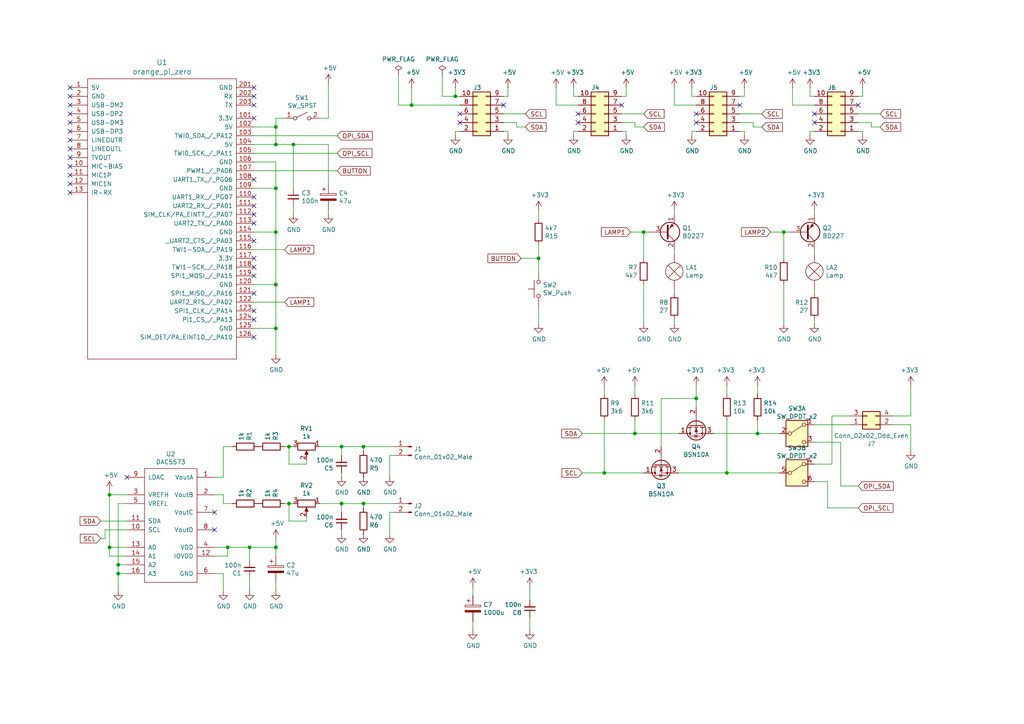
<source format=kicad_sch>
(kicad_sch (version 20250114) (generator "eeschema") (generator_version "9.0")
  (paper "A4")
  (title_block (title "Orange Pi Zero board"))
  (lib_symbols
    (symbol "Connector:Conn_01x02_Male" (pin_names (offset 1.016) (hide yes))
      (property "Reference" "J" (at 0 2.54 0))
      (property "Value" "Connector_Conn_01x02_Male" (at 0 -5.08 0))
      (symbol "Conn_01x02_Male_1_1"
        (pin passive line (at 5.08 0 180) (length 3.81) (name "Pin_1") (number "1"))
        (pin passive line (at 5.08 -2.54 180) (length 3.81) (name "Pin_2") (number "2"))
      )
    )
    (symbol "Connector_Generic:Conn_02x02_Odd_Even" (pin_names (offset 1.016) (hide yes))
      (property "Reference" "J" (at 1.27 2.54 0))
      (property "Value" "Conn_02x02_Odd_Even" (at 1.27 -5.08 0))
      (symbol "Conn_02x02_Odd_Even_1_1"
        (pin passive line (at -5.08 0 0) (length 3.81) (name "Pin_1") (number "1"))
        (pin passive line (at -5.08 -2.54 0) (length 3.81) (name "Pin_3") (number "3"))
        (pin passive line (at 7.62 0 180) (length 3.81) (name "Pin_2") (number "2"))
        (pin passive line (at 7.62 -2.54 180) (length 3.81) (name "Pin_4") (number "4"))
      )
    )
    (symbol "Connector_Generic:Conn_02x05_Odd_Even" (pin_names (offset 1.016) (hide yes))
      (property "Reference" "J" (at 1.27 7.62 0))
      (property "Value" "Conn_02x05_Odd_Even" (at 1.27 -7.62 0))
      (symbol "Conn_02x05_Odd_Even_1_1"
        (pin passive line (at -5.08 5.08 0) (length 3.81) (name "Pin_1") (number "1"))
        (pin passive line (at -5.08 2.54 0) (length 3.81) (name "Pin_3") (number "3"))
        (pin passive line (at -5.08 0 0) (length 3.81) (name "Pin_5") (number "5"))
        (pin passive line (at -5.08 -2.54 0) (length 3.81) (name "Pin_7") (number "7"))
        (pin passive line (at -5.08 -5.08 0) (length 3.81) (name "Pin_9") (number "9"))
        (pin passive line (at 7.62 5.08 180) (length 3.81) (name "Pin_2") (number "2"))
        (pin passive line (at 7.62 2.54 180) (length 3.81) (name "Pin_4") (number "4"))
        (pin passive line (at 7.62 0 180) (length 3.81) (name "Pin_6") (number "6"))
        (pin passive line (at 7.62 -2.54 180) (length 3.81) (name "Pin_8") (number "8"))
        (pin passive line (at 7.62 -5.08 180) (length 3.81) (name "Pin_10") (number "10"))
      )
    )
    (symbol "Device:CP" (pin_numbers (hide yes)) (pin_names (offset 0.254))
      (property "Reference" "C" (at 0.635 2.54 0))
      (property "Value" "Device_CP" (at 0.635 -2.54 0))
      (symbol "CP_1_1"
        (pin passive line (at 0 3.81 270) (length 2.794) (name "~") (number "1"))
        (pin passive line (at 0 -3.81 90) (length 2.794) (name "~") (number "2"))
      )
    )
    (symbol "Device:C_Small" (pin_numbers (hide yes)) (pin_names (offset 0.254) (hide yes))
      (property "Reference" "C" (at 0.254 1.778 0))
      (property "Value" "C_Small" (at 0.254 -2.032 0))
      (symbol "C_Small_1_1"
        (pin passive line (at 0 2.54 270) (length 2.032) (name "~") (number "1"))
        (pin passive line (at 0 -2.54 90) (length 2.032) (name "~") (number "2"))
      )
    )
    (symbol "Device:Lamp" (pin_numbers (hide yes)) (pin_names (offset 0.0254) (hide yes))
      (property "Reference" "LA" (at 0.635 3.81 0))
      (property "Value" "Lamp" (at 0.635 -3.81 0))
      (symbol "Lamp_1_1"
        (pin passive line (at 0 5.08 270) (length 2.54) (name "+") (number "2"))
        (pin passive line (at 0 -5.08 90) (length 2.54) (name "-") (number "1"))
      )
    )
    (symbol "Device:Q_NMOS_DGS" (pin_names (offset 0) (hide yes))
      (property "Reference" "Q" (at 5.08 1.27 0))
      (property "Value" "Device_Q_NMOS_DGS" (at 5.08 -1.27 0))
      (symbol "Q_NMOS_DGS_1_1"
        (pin input line (at -5.08 0 0) (length 2.54) (name "G") (number "2"))
        (pin passive line (at 2.54 5.08 270) (length 2.54) (name "D") (number "1"))
        (pin passive line (at 2.54 -5.08 90) (length 2.54) (name "S") (number "3"))
      )
    )
    (symbol "Device:Q_PNP_ECB" (pin_names (offset 0) (hide yes))
      (property "Reference" "Q" (at 5.08 1.27 0))
      (property "Value" "Device_Q_PNP_ECB" (at 5.08 -1.27 0))
      (symbol "Q_PNP_ECB_1_1"
        (pin input line (at -5.08 0 0) (length 5.715) (name "B") (number "3"))
        (pin passive line (at 2.54 5.08 270) (length 2.54) (name "C") (number "2"))
        (pin passive line (at 2.54 -5.08 90) (length 2.54) (name "E") (number "1"))
      )
    )
    (symbol "Device:R" (pin_numbers (hide yes)) (pin_names (offset 0))
      (property "Reference" "R" (at 2.032 0 90))
      (property "Value" "R" (at 0 0 90))
      (symbol "R_1_1"
        (pin passive line (at 0 3.81 270) (length 1.27) (name "~") (number "1"))
        (pin passive line (at 0 -3.81 90) (length 1.27) (name "~") (number "2"))
      )
    )
    (symbol "Device:R_POT" (pin_names (offset 1.016) (hide yes))
      (property "Reference" "RV" (at -4.445 0 90))
      (property "Value" "Device_R_POT" (at -2.54 0 90))
      (symbol "R_POT_1_1"
        (pin passive line (at 0 3.81 270) (length 1.27) (name "1") (number "1"))
        (pin passive line (at 0 -3.81 90) (length 1.27) (name "3") (number "3"))
        (pin passive line (at 3.81 0 180) (length 1.27) (name "2") (number "2"))
      )
    )
    (symbol "Switch:SW_DPDT_x2" (pin_names (offset 0) (hide yes))
      (property "Reference" "SW" (at 0 5.08 0))
      (property "Value" "SW_DPDT_x2" (at 0 -5.08 0))
      (symbol "SW_DPDT_x2_1_1"
        (pin passive line (at -5.08 0 0) (length 2.54) (name "B") (number "2"))
        (pin passive line (at 5.08 2.54 180) (length 2.54) (name "A") (number "1"))
        (pin passive line (at 5.08 -2.54 180) (length 2.54) (name "C") (number "3"))
      )
      (symbol "SW_DPDT_x2_2_1"
        (pin passive line (at -5.08 0 0) (length 2.54) (name "B") (number "5"))
        (pin passive line (at 5.08 2.54 180) (length 2.54) (name "A") (number "4"))
        (pin passive line (at 5.08 -2.54 180) (length 2.54) (name "C") (number "6"))
      )
    )
    (symbol "Switch:SW_Push" (pin_numbers (hide yes)) (pin_names (offset 1.016) (hide yes))
      (property "Reference" "SW" (at 1.27 2.54 0))
      (property "Value" "SW_Push" (at 0 -1.524 0))
      (symbol "SW_Push_0_1"
        (pin passive line (at -5.08 0 0) (length 2.54) (name "1") (number "1"))
        (pin passive line (at 5.08 0 180) (length 2.54) (name "2") (number "2"))
      )
    )
    (symbol "Switch:SW_SPST" (pin_names (offset 0) (hide yes))
      (property "Reference" "SW" (at 0 3.175 0))
      (property "Value" "SW_SPST" (at 0 -2.54 0))
      (symbol "SW_SPST_1_1"
        (pin passive line (at -5.08 0 0) (length 2.54) (name "A") (number "1"))
        (pin passive line (at 5.08 0 180) (length 2.54) (name "B") (number "2"))
      )
    )
    (symbol "dac5573:DAC5573" (pin_names (offset 1.016))
      (property "Reference" "U" (at 1.27 1.27 0))
      (property "Value" "DAC5573" (at 5.08 -35.56 0))
      (symbol "DAC5573_1_1"
        (pin input line (at -5.08 -2.54 0) (length 5.08) (name "LDAC") (number "9"))
        (pin input line (at -5.08 -7.62 0) (length 5.08) (name "VREFH") (number "3"))
        (pin input line (at -5.08 -10.16 0) (length 5.08) (name "VREFL") (number "5"))
        (pin open_collector line (at -5.08 -15.24 0) (length 5.08) (name "SDA") (number "11"))
        (pin open_collector line (at -5.08 -17.78 0) (length 5.08) (name "SCL") (number "10"))
        (pin input line (at -5.08 -22.86 0) (length 5.08) (name "A0") (number "13"))
        (pin input line (at -5.08 -25.4 0) (length 5.08) (name "A1") (number "14"))
        (pin input line (at -5.08 -27.94 0) (length 5.08) (name "A2") (number "15"))
        (pin input line (at -5.08 -30.48 0) (length 5.08) (name "A3") (number "16"))
        (pin output line (at 20.32 -2.54 180) (length 5.08) (name "VoutA") (number "1"))
        (pin output line (at 20.32 -7.62 180) (length 5.08) (name "VoutB") (number "2"))
        (pin output line (at 20.32 -12.7 180) (length 5.08) (name "VoutC") (number "7"))
        (pin output line (at 20.32 -17.78 180) (length 5.08) (name "VoutD") (number "8"))
        (pin power_in line (at 20.32 -22.86 180) (length 5.08) (name "VDD") (number "4"))
        (pin power_in line (at 20.32 -25.4 180) (length 5.08) (name "IOVDD") (number "12"))
        (pin power_in line (at 20.32 -30.48 180) (length 5.08) (name "GND") (number "6"))
      )
    )
    (symbol "orangepi-zero:orange_pi_zero" (pin_names (offset 1.016))
      (property "Reference" "U" (at 2.54 25.4 0))
      (property "Value" "orange_pi_zero" (at 3.81 -41.91 0))
      (symbol "orange_pi_zero_1_1"
        (pin power_in line (at -27.94 39.37 0) (length 5.08) (name "5V") (number "1"))
        (pin power_in line (at -27.94 36.83 0) (length 5.08) (name "GND") (number "2"))
        (pin bidirectional line (at -27.94 34.29 0) (length 5.08) (name "USB-DM2") (number "3"))
        (pin bidirectional line (at -27.94 31.75 0) (length 5.08) (name "USB-DP2") (number "4"))
        (pin bidirectional line (at -27.94 29.21 0) (length 5.08) (name "USB-DM3") (number "5"))
        (pin bidirectional line (at -27.94 26.67 0) (length 5.08) (name "USB-DP3") (number "6"))
        (pin output line (at -27.94 24.13 0) (length 5.08) (name "LINEOUTR") (number "7"))
        (pin output line (at -27.94 21.59 0) (length 5.08) (name "LINEOUTL") (number "8"))
        (pin output line (at -27.94 19.05 0) (length 5.08) (name "TVOUT") (number "9"))
        (pin output line (at -27.94 16.51 0) (length 5.08) (name "MIC-BIAS") (number "10"))
        (pin input line (at -27.94 13.97 0) (length 5.08) (name "MIC1P") (number "11"))
        (pin input line (at -27.94 11.43 0) (length 5.08) (name "MIC1N") (number "12"))
        (pin output line (at -27.94 8.89 0) (length 5.08) (name "IR-RX") (number "13"))
        (pin power_in line (at 25.4 39.37 180) (length 5.08) (name "GND") (number "201"))
        (pin input line (at 25.4 36.83 180) (length 5.08) (name "RX") (number "202"))
        (pin input line (at 25.4 34.29 180) (length 5.08) (name "TX") (number "203"))
        (pin power_out line (at 25.4 30.48 180) (length 5.08) (name "3.3V") (number "101"))
        (pin power_out line (at 25.4 27.94 180) (length 5.08) (name "5V") (number "102"))
        (pin input line (at 25.4 25.4 180) (length 5.08) (name "TWI0_SDA_/_PA12") (number "103"))
        (pin power_out line (at 25.4 22.86 180) (length 5.08) (name "5V") (number "104"))
        (pin input line (at 25.4 20.32 180) (length 5.08) (name "TWI0_SCK_/_PA11") (number "105"))
        (pin power_out line (at 25.4 17.78 180) (length 5.08) (name "GND") (number "106"))
        (pin input line (at 25.4 15.24 180) (length 5.08) (name "PWM1_/_PA06") (number "107"))
        (pin input line (at 25.4 12.7 180) (length 5.08) (name "UART1_TX_/_PG06") (number "108"))
        (pin power_out line (at 25.4 10.16 180) (length 5.08) (name "GND") (number "109"))
        (pin input line (at 25.4 7.62 180) (length 5.08) (name "UART1_RX_/_PG07") (number "110"))
        (pin input line (at 25.4 5.08 180) (length 5.08) (name "UART2_RX_/_PA01") (number "111"))
        (pin input line (at 25.4 2.54 180) (length 5.08) (name "SIM_CLK/PA_EINT7_/_PA07") (number "112"))
        (pin input line (at 25.4 0 180) (length 5.08) (name "UART2_TX_/_PA00") (number "113"))
        (pin power_out line (at 25.4 -2.54 180) (length 5.08) (name "GND") (number "114"))
        (pin input line (at 25.4 -5.08 180) (length 5.08) (name "_UART2_CTS_/_PA03") (number "115"))
        (pin input line (at 25.4 -7.62 180) (length 5.08) (name "TWI1-SDA_/_PA19") (number "116"))
        (pin power_out line (at 25.4 -10.16 180) (length 5.08) (name "3.3V") (number "117"))
        (pin input line (at 25.4 -12.7 180) (length 5.08) (name "TWI1-SCK_/_PA18") (number "118"))
        (pin input line (at 25.4 -15.24 180) (length 5.08) (name "SPI1_MOSI_/_PA15") (number "119"))
        (pin input line (at 25.4 -17.78 180) (length 5.08) (name "GND") (number "120"))
        (pin input line (at 25.4 -20.32 180) (length 5.08) (name "SPI1_MISO_/_PA16") (number "121"))
        (pin input line (at 25.4 -22.86 180) (length 5.08) (name "UART2_RTS_/_PA02") (number "122"))
        (pin input line (at 25.4 -25.4 180) (length 5.08) (name "SPI1_CLK_/_PA14") (number "123"))
        (pin input line (at 25.4 -27.94 180) (length 5.08) (name "PI1_CS_/_PA13") (number "124"))
        (pin power_out line (at 25.4 -30.48 180) (length 5.08) (name "GND") (number "125"))
        (pin input line (at 25.4 -33.02 180) (length 5.08) (name "SIM_DET/PA_EINT10_/_PA10") (number "126"))
      )
    )
    (symbol "power:+3V3" (power) (pin_numbers (hide yes)) (pin_names (offset 0) (hide yes))
      (property "Value" "+3V3" (at 0 3.556 0))
      (symbol "+3V3_1_1"
        (pin power_in line (at 0 0 90) (length 0) (name "~") (number "1"))
      )
    )
    (symbol "power:+5V" (power) (pin_numbers (hide yes)) (pin_names (offset 0) (hide yes))
      (property "Value" "+5V" (at 0 3.556 0))
      (symbol "+5V_1_1"
        (pin power_in line (at 0 0 90) (length 0) (name "~") (number "1"))
      )
    )
    (symbol "power:GND" (power) (pin_numbers (hide yes)) (pin_names (offset 0) (hide yes))
      (property "Value" "GND" (at 0 -3.81 0))
      (symbol "GND_1_1"
        (pin power_in line (at 0 0 270) (length 0) (name "~") (number "1"))
      )
    )
    (symbol "power:PWR_FLAG" (power) (pin_numbers (hide yes)) (pin_names (offset 0) (hide yes))
      (property "Value" "PWR_FLAG" (at 0 3.81 0))
      (symbol "PWR_FLAG_0_0"
        (pin power_out line (at 0 0 90) (length 0) (name "~") (number "1"))
      )
    )
  )
  (junction (at 66.04 158.75))
  (junction (at 83.82 129.54))
  (junction (at 80.01 95.25))
  (junction (at 210.82 137.16))
  (junction (at 85.09 41.91))
  (junction (at 175.26 137.16))
  (junction (at 34.29 163.83))
  (junction (at 80.01 36.83))
  (junction (at 31.75 158.75))
  (junction (at 219.71 125.73))
  (junction (at 80.01 82.55))
  (junction (at 132.08 27.94))
  (junction (at 227.33 67.31))
  (junction (at 80.01 54.61))
  (junction (at 80.01 41.91))
  (junction (at 83.82 146.05))
  (junction (at 80.01 158.75))
  (junction (at 34.29 166.37))
  (junction (at 105.41 146.05))
  (junction (at 99.06 146.05))
  (junction (at 119.38 30.48))
  (junction (at 186.69 67.31))
  (junction (at 31.75 143.51))
  (junction (at 184.15 125.73))
  (junction (at 72.39 158.75))
  (junction (at 156.21 74.93))
  (junction (at 105.41 129.54))
  (junction (at 99.06 129.54))
  (junction (at 201.93 115.57))
  (junction (at 80.01 67.31))
  (no_connect (at 133.35 35.56))
  (no_connect (at 180.34 30.48))
  (no_connect (at 20.32 48.26))
  (no_connect (at 73.66 74.93))
  (no_connect (at 201.93 33.02))
  (no_connect (at 73.66 30.48))
  (no_connect (at 236.22 33.02))
  (no_connect (at 20.32 45.72))
  (no_connect (at 62.23 153.67))
  (no_connect (at 20.32 27.94))
  (no_connect (at 73.66 27.94))
  (no_connect (at 20.32 35.56))
  (no_connect (at 20.32 30.48))
  (no_connect (at 73.66 97.79))
  (no_connect (at 146.05 30.48))
  (no_connect (at 62.23 148.59))
  (no_connect (at 20.32 40.64))
  (no_connect (at 36.83 138.43))
  (no_connect (at 248.92 30.48))
  (no_connect (at 73.66 34.29))
  (no_connect (at 73.66 59.69))
  (no_connect (at 167.64 35.56))
  (no_connect (at 73.66 52.07))
  (no_connect (at 73.66 77.47))
  (no_connect (at 73.66 25.4))
  (no_connect (at 20.32 53.34))
  (no_connect (at 133.35 33.02))
  (no_connect (at 236.22 35.56))
  (no_connect (at 73.66 64.77))
  (no_connect (at 20.32 25.4))
  (no_connect (at 20.32 33.02))
  (no_connect (at 73.66 62.23))
  (no_connect (at 73.66 90.17))
  (no_connect (at 73.66 85.09))
  (no_connect (at 214.63 30.48))
  (no_connect (at 20.32 43.18))
  (no_connect (at 20.32 55.88))
  (no_connect (at 20.32 50.8))
  (no_connect (at 201.93 35.56))
  (no_connect (at 73.66 80.01))
  (no_connect (at 167.64 33.02))
  (no_connect (at 73.66 92.71))
  (no_connect (at 73.66 69.85))
  (no_connect (at 73.66 57.15))
  (no_connect (at 20.32 38.1))
  (wire (pts (xy 97.79 39.37) (xy 73.66 39.37)))
  (wire (pts (xy 64.77 129.54) (xy 64.77 138.43)))
  (wire (pts (xy 80.01 171.45) (xy 80.01 168.91)))
  (wire (pts (xy 95.25 34.29) (xy 95.25 24.13)))
  (wire (pts (xy 99.06 138.43) (xy 99.06 137.16)))
  (wire (pts (xy 250.19 27.94) (xy 248.92 27.94)))
  (wire (pts (xy 82.55 34.29) (xy 80.01 34.29)))
  (wire (pts (xy 156.21 74.93) (xy 151.13 74.93)))
  (wire (pts (xy 36.83 166.37) (xy 34.29 166.37)))
  (wire (pts (xy 196.85 137.16) (xy 210.82 137.16)))
  (wire (pts (xy 167.64 38.1) (xy 166.37 38.1)))
  (wire (pts (xy 250.19 38.1) (xy 248.92 38.1)))
  (wire (pts (xy 80.01 54.61) (xy 80.01 46.99)))
  (wire (pts (xy 64.77 143.51) (xy 62.23 143.51)))
  (wire (pts (xy 210.82 121.92) (xy 210.82 137.16)))
  (wire (pts (xy 31.75 158.75) (xy 36.83 158.75)))
  (wire (pts (xy 73.66 82.55) (xy 80.01 82.55)))
  (wire (pts (xy 73.66 54.61) (xy 80.01 54.61)))
  (wire (pts (xy 95.25 41.91) (xy 85.09 41.91)))
  (wire (pts (xy 85.09 41.91) (xy 80.01 41.91)))
  (wire (pts (xy 83.82 151.13) (xy 83.82 146.05)))
  (wire (pts (xy 64.77 146.05) (xy 64.77 143.51)))
  (wire (pts (xy 147.32 25.4) (xy 147.32 27.94)))
  (wire (pts (xy 34.29 166.37) (xy 34.29 171.45)))
  (wire (pts (xy 236.22 62.23) (xy 236.22 60.96)))
  (wire (pts (xy 147.32 38.1) (xy 146.05 38.1)))
  (wire (pts (xy 113.03 132.08) (xy 114.3 132.08)))
  (wire (pts (xy 201.93 115.57) (xy 201.93 118.11)))
  (wire (pts (xy 67.31 129.54) (xy 64.77 129.54)))
  (wire (pts (xy 80.01 102.87) (xy 80.01 95.25)))
  (wire (pts (xy 167.64 27.94) (xy 166.37 27.94)))
  (wire (pts (xy 195.58 73.66) (xy 195.58 72.39)))
  (wire (pts (xy 175.26 121.92) (xy 175.26 137.16)))
  (wire (pts (xy 95.25 62.23) (xy 95.25 60.96)))
  (wire (pts (xy 236.22 38.1) (xy 234.95 38.1)))
  (wire (pts (xy 36.83 151.13) (xy 29.21 151.13)))
  (wire (pts (xy 181.61 27.94) (xy 180.34 27.94)))
  (wire (pts (xy 99.06 154.94) (xy 99.06 153.67)))
  (wire (pts (xy 36.83 146.05) (xy 34.29 146.05)))
  (wire (pts (xy 240.03 139.7) (xy 236.22 139.7)))
  (wire (pts (xy 219.71 121.92) (xy 219.71 125.73)))
  (wire (pts (xy 64.77 166.37) (xy 62.23 166.37)))
  (wire (pts (xy 80.01 46.99) (xy 73.66 46.99)))
  (wire (pts (xy 31.75 158.75) (xy 31.75 161.29)))
  (wire (pts (xy 97.79 49.53) (xy 73.66 49.53)))
  (wire (pts (xy 259.08 120.65) (xy 264.16 120.65)))
  (wire (pts (xy 31.75 143.51) (xy 31.75 158.75)))
  (wire (pts (xy 88.9 134.62) (xy 83.82 134.62)))
  (wire (pts (xy 201.93 30.48) (xy 195.58 30.48)))
  (wire (pts (xy 133.35 38.1) (xy 132.08 38.1)))
  (wire (pts (xy 67.31 146.05) (xy 64.77 146.05)))
  (wire (pts (xy 226.06 125.73) (xy 219.71 125.73)))
  (wire (pts (xy 195.58 93.98) (xy 195.58 92.71)))
  (wire (pts (xy 34.29 146.05) (xy 34.29 163.83)))
  (wire (pts (xy 227.33 67.31) (xy 228.6 67.31)))
  (wire (pts (xy 218.44 35.56) (xy 214.63 35.56)))
  (wire (pts (xy 156.21 60.96) (xy 156.21 63.5)))
  (wire (pts (xy 264.16 123.19) (xy 264.16 130.81)))
  (wire (pts (xy 85.09 54.61) (xy 85.09 41.91)))
  (wire (pts (xy 243.84 140.97) (xy 243.84 128.27)))
  (wire (pts (xy 137.16 182.88) (xy 137.16 180.34)))
  (wire (pts (xy 236.22 30.48) (xy 229.87 30.48)))
  (wire (pts (xy 83.82 129.54) (xy 82.55 129.54)))
  (wire (pts (xy 80.01 82.55) (xy 80.01 67.31)))
  (wire (pts (xy 166.37 38.1) (xy 166.37 39.37)))
  (wire (pts (xy 137.16 172.72) (xy 137.16 170.18)))
  (wire (pts (xy 113.03 148.59) (xy 113.03 154.94)))
  (wire (pts (xy 215.9 25.4) (xy 215.9 27.94)))
  (wire (pts (xy 30.48 153.67) (xy 30.48 156.21)))
  (wire (pts (xy 36.83 153.67) (xy 30.48 153.67)))
  (wire (pts (xy 92.71 146.05) (xy 99.06 146.05)))
  (wire (pts (xy 201.93 115.57) (xy 201.93 111.76)))
  (wire (pts (xy 167.64 30.48) (xy 161.29 30.48)))
  (wire (pts (xy 31.75 143.51) (xy 31.75 142.24)))
  (wire (pts (xy 152.4 33.02) (xy 146.05 33.02)))
  (wire (pts (xy 227.33 93.98) (xy 227.33 82.55)))
  (wire (pts (xy 114.3 146.05) (xy 105.41 146.05)))
  (wire (pts (xy 105.41 147.32) (xy 105.41 146.05)))
  (wire (pts (xy 88.9 133.35) (xy 88.9 134.62)))
  (wire (pts (xy 82.55 87.63) (xy 73.66 87.63)))
  (wire (pts (xy 113.03 138.43) (xy 113.03 132.08)))
  (wire (pts (xy 132.08 27.94) (xy 128.27 27.94)))
  (wire (pts (xy 195.58 85.09) (xy 195.58 83.82)))
  (wire (pts (xy 184.15 121.92) (xy 184.15 125.73)))
  (wire (pts (xy 218.44 36.83) (xy 218.44 35.56)))
  (wire (pts (xy 229.87 30.48) (xy 229.87 25.4)))
  (wire (pts (xy 72.39 158.75) (xy 80.01 158.75)))
  (wire (pts (xy 95.25 53.34) (xy 95.25 41.91)))
  (wire (pts (xy 80.01 158.75) (xy 80.01 156.21)))
  (wire (pts (xy 181.61 38.1) (xy 180.34 38.1)))
  (wire (pts (xy 64.77 138.43) (xy 62.23 138.43)))
  (wire (pts (xy 92.71 34.29) (xy 95.25 34.29)))
  (wire (pts (xy 175.26 114.3) (xy 175.26 111.76)))
  (wire (pts (xy 34.29 163.83) (xy 34.29 166.37)))
  (wire (pts (xy 66.04 158.75) (xy 62.23 158.75)))
  (wire (pts (xy 149.86 36.83) (xy 149.86 35.56)))
  (wire (pts (xy 195.58 62.23) (xy 195.58 60.96)))
  (wire (pts (xy 114.3 148.59) (xy 113.03 148.59)))
  (wire (pts (xy 186.69 67.31) (xy 187.96 67.31)))
  (wire (pts (xy 80.01 41.91) (xy 80.01 36.83)))
  (wire (pts (xy 200.66 38.1) (xy 200.66 39.37)))
  (wire (pts (xy 99.06 146.05) (xy 105.41 146.05)))
  (wire (pts (xy 114.3 129.54) (xy 105.41 129.54)))
  (wire (pts (xy 250.19 25.4) (xy 250.19 27.94)))
  (wire (pts (xy 115.57 30.48) (xy 115.57 21.59)))
  (wire (pts (xy 105.41 130.81) (xy 105.41 129.54)))
  (wire (pts (xy 201.93 38.1) (xy 200.66 38.1)))
  (wire (pts (xy 156.21 78.74) (xy 156.21 74.93)))
  (wire (pts (xy 234.95 38.1) (xy 234.95 39.37)))
  (wire (pts (xy 175.26 137.16) (xy 168.91 137.16)))
  (wire (pts (xy 73.66 36.83) (xy 80.01 36.83)))
  (wire (pts (xy 243.84 128.27) (xy 236.22 128.27)))
  (wire (pts (xy 66.04 158.75) (xy 72.39 158.75)))
  (wire (pts (xy 227.33 74.93) (xy 227.33 67.31)))
  (wire (pts (xy 181.61 25.4) (xy 181.61 27.94)))
  (wire (pts (xy 219.71 114.3) (xy 219.71 111.76)))
  (wire (pts (xy 252.73 35.56) (xy 248.92 35.56)))
  (wire (pts (xy 195.58 30.48) (xy 195.58 25.4)))
  (wire (pts (xy 82.55 146.05) (xy 83.82 146.05)))
  (wire (pts (xy 156.21 93.98) (xy 156.21 88.9)))
  (wire (pts (xy 119.38 30.48) (xy 115.57 30.48)))
  (wire (pts (xy 236.22 93.98) (xy 236.22 92.71)))
  (wire (pts (xy 133.35 30.48) (xy 119.38 30.48)))
  (wire (pts (xy 207.01 125.73) (xy 219.71 125.73)))
  (wire (pts (xy 186.69 36.83) (xy 184.15 36.83)))
  (wire (pts (xy 99.06 148.59) (xy 99.06 146.05)))
  (wire (pts (xy 88.9 151.13) (xy 83.82 151.13)))
  (wire (pts (xy 200.66 27.94) (xy 200.66 25.4)))
  (wire (pts (xy 191.77 115.57) (xy 201.93 115.57)))
  (wire (pts (xy 166.37 27.94) (xy 166.37 25.4)))
  (wire (pts (xy 186.69 33.02) (xy 180.34 33.02)))
  (wire (pts (xy 83.82 146.05) (xy 85.09 146.05)))
  (wire (pts (xy 191.77 129.54) (xy 191.77 115.57)))
  (wire (pts (xy 236.22 27.94) (xy 234.95 27.94)))
  (wire (pts (xy 184.15 125.73) (xy 196.85 125.73)))
  (wire (pts (xy 215.9 38.1) (xy 214.63 38.1)))
  (wire (pts (xy 255.27 33.02) (xy 248.92 33.02)))
  (wire (pts (xy 66.04 161.29) (xy 66.04 158.75)))
  (wire (pts (xy 220.98 36.83) (xy 218.44 36.83)))
  (wire (pts (xy 250.19 39.37) (xy 250.19 38.1)))
  (wire (pts (xy 264.16 123.19) (xy 259.08 123.19)))
  (wire (pts (xy 128.27 27.94) (xy 128.27 21.59)))
  (wire (pts (xy 80.01 95.25) (xy 80.01 82.55)))
  (wire (pts (xy 156.21 71.12) (xy 156.21 74.93)))
  (wire (pts (xy 236.22 85.09) (xy 236.22 83.82)))
  (wire (pts (xy 119.38 30.48) (xy 119.38 25.4)))
  (wire (pts (xy 64.77 171.45) (xy 64.77 166.37)))
  (wire (pts (xy 220.98 33.02) (xy 214.63 33.02)))
  (wire (pts (xy 248.92 140.97) (xy 243.84 140.97)))
  (wire (pts (xy 147.32 39.37) (xy 147.32 38.1)))
  (wire (pts (xy 201.93 27.94) (xy 200.66 27.94)))
  (wire (pts (xy 153.67 182.88) (xy 153.67 179.07)))
  (wire (pts (xy 240.03 147.32) (xy 240.03 139.7)))
  (wire (pts (xy 73.66 95.25) (xy 80.01 95.25)))
  (wire (pts (xy 83.82 129.54) (xy 85.09 129.54)))
  (wire (pts (xy 153.67 173.99) (xy 153.67 170.18)))
  (wire (pts (xy 246.38 123.19) (xy 236.22 123.19)))
  (wire (pts (xy 36.83 163.83) (xy 34.29 163.83)))
  (wire (pts (xy 248.92 147.32) (xy 240.03 147.32)))
  (wire (pts (xy 184.15 35.56) (xy 180.34 35.56)))
  (wire (pts (xy 82.55 72.39) (xy 73.66 72.39)))
  (wire (pts (xy 184.15 125.73) (xy 168.91 125.73)))
  (wire (pts (xy 105.41 129.54) (xy 99.06 129.54)))
  (wire (pts (xy 97.79 44.45) (xy 73.66 44.45)))
  (wire (pts (xy 186.69 67.31) (xy 182.88 67.31)))
  (wire (pts (xy 83.82 134.62) (xy 83.82 129.54)))
  (wire (pts (xy 184.15 114.3) (xy 184.15 111.76)))
  (wire (pts (xy 186.69 137.16) (xy 175.26 137.16)))
  (wire (pts (xy 210.82 114.3) (xy 210.82 111.76)))
  (wire (pts (xy 99.06 129.54) (xy 92.71 129.54)))
  (wire (pts (xy 72.39 162.56) (xy 72.39 158.75)))
  (wire (pts (xy 85.09 62.23) (xy 85.09 59.69)))
  (wire (pts (xy 80.01 34.29) (xy 80.01 36.83)))
  (wire (pts (xy 147.32 27.94) (xy 146.05 27.94)))
  (wire (pts (xy 184.15 36.83) (xy 184.15 35.56)))
  (wire (pts (xy 241.3 120.65) (xy 241.3 134.62)))
  (wire (pts (xy 227.33 67.31) (xy 223.52 67.31)))
  (wire (pts (xy 234.95 27.94) (xy 234.95 25.4)))
  (wire (pts (xy 132.08 38.1) (xy 132.08 39.37)))
  (wire (pts (xy 149.86 35.56) (xy 146.05 35.56)))
  (wire (pts (xy 133.35 27.94) (xy 132.08 27.94)))
  (wire (pts (xy 264.16 120.65) (xy 264.16 111.76)))
  (wire (pts (xy 80.01 67.31) (xy 80.01 54.61)))
  (wire (pts (xy 215.9 27.94) (xy 214.63 27.94)))
  (wire (pts (xy 30.48 156.21) (xy 29.21 156.21)))
  (wire (pts (xy 152.4 36.83) (xy 149.86 36.83)))
  (wire (pts (xy 62.23 161.29) (xy 66.04 161.29)))
  (wire (pts (xy 252.73 36.83) (xy 252.73 35.56)))
  (wire (pts (xy 31.75 161.29) (xy 36.83 161.29)))
  (wire (pts (xy 36.83 143.51) (xy 31.75 143.51)))
  (wire (pts (xy 99.06 132.08) (xy 99.06 129.54)))
  (wire (pts (xy 226.06 137.16) (xy 210.82 137.16)))
  (wire (pts (xy 73.66 67.31) (xy 80.01 67.31)))
  (wire (pts (xy 88.9 149.86) (xy 88.9 151.13)))
  (wire (pts (xy 236.22 73.66) (xy 236.22 72.39)))
  (wire (pts (xy 246.38 120.65) (xy 241.3 120.65)))
  (wire (pts (xy 186.69 74.93) (xy 186.69 67.31)))
  (wire (pts (xy 132.08 27.94) (xy 132.08 25.4)))
  (wire (pts (xy 73.66 41.91) (xy 80.01 41.91)))
  (wire (pts (xy 255.27 36.83) (xy 252.73 36.83)))
  (wire (pts (xy 215.9 39.37) (xy 215.9 38.1)))
  (wire (pts (xy 181.61 39.37) (xy 181.61 38.1)))
  (wire (pts (xy 72.39 171.45) (xy 72.39 167.64)))
  (wire (pts (xy 80.01 158.75) (xy 80.01 161.29)))
  (wire (pts (xy 186.69 93.98) (xy 186.69 82.55)))
  (wire (pts (xy 241.3 134.62) (xy 236.22 134.62)))
  (wire (pts (xy 161.29 30.48) (xy 161.29 25.4)))
  (global_label "OPI_SDA" (shape input) (at 248.92 140.97 0) (property "Intersheetrefs" "${INTERSHEET_REFS}" (effects (hide yes))))
  (global_label "LAMP1" (shape input) (at 182.88 67.31 180) (property "Intersheetrefs" "${INTERSHEET_REFS}" (effects (hide yes))))
  (global_label "SCL" (shape input) (at 168.91 137.16 180) (property "Intersheetrefs" "${INTERSHEET_REFS}" (effects (hide yes))))
  (global_label "SDA" (shape input) (at 168.91 125.73 180) (property "Intersheetrefs" "${INTERSHEET_REFS}" (effects (hide yes))))
  (global_label "BUTTON" (shape input) (at 97.79 49.53 0) (property "Intersheetrefs" "${INTERSHEET_REFS}" (effects (hide yes))))
  (global_label "LAMP1" (shape input) (at 82.55 87.63 0) (property "Intersheetrefs" "${INTERSHEET_REFS}" (effects (hide yes))))
  (global_label "SCL" (shape input) (at 255.27 33.02 0) (property "Intersheetrefs" "${INTERSHEET_REFS}" (effects (hide yes))))
  (global_label "OPI_SDA" (shape input) (at 97.79 39.37 0) (property "Intersheetrefs" "${INTERSHEET_REFS}" (effects (hide yes))))
  (global_label "LAMP2" (shape input) (at 223.52 67.31 180) (property "Intersheetrefs" "${INTERSHEET_REFS}" (effects (hide yes))))
  (global_label "SDA" (shape input) (at 255.27 36.83 0) (property "Intersheetrefs" "${INTERSHEET_REFS}" (effects (hide yes))))
  (global_label "SDA" (shape input) (at 220.98 36.83 0) (property "Intersheetrefs" "${INTERSHEET_REFS}" (effects (hide yes))))
  (global_label "BUTTON" (shape input) (at 151.13 74.93 180) (property "Intersheetrefs" "${INTERSHEET_REFS}" (effects (hide yes))))
  (global_label "OPI_SCL" (shape input) (at 97.79 44.45 0) (property "Intersheetrefs" "${INTERSHEET_REFS}" (effects (hide yes))))
  (global_label "SCL" (shape input) (at 29.21 156.21 180) (property "Intersheetrefs" "${INTERSHEET_REFS}" (effects (hide yes))))
  (global_label "SDA" (shape input) (at 186.69 36.83 0) (property "Intersheetrefs" "${INTERSHEET_REFS}" (effects (hide yes))))
  (global_label "SCL" (shape input) (at 152.4 33.02 0) (property "Intersheetrefs" "${INTERSHEET_REFS}" (effects (hide yes))))
  (global_label "SCL" (shape input) (at 186.69 33.02 0) (property "Intersheetrefs" "${INTERSHEET_REFS}" (effects (hide yes))))
  (global_label "SCL" (shape input) (at 220.98 33.02 0) (property "Intersheetrefs" "${INTERSHEET_REFS}" (effects (hide yes))))
  (global_label "OPI_SCL" (shape input) (at 248.92 147.32 0) (property "Intersheetrefs" "${INTERSHEET_REFS}" (effects (hide yes))))
  (global_label "SDA" (shape input) (at 29.21 151.13 180) (property "Intersheetrefs" "${INTERSHEET_REFS}" (effects (hide yes))))
  (global_label "SDA" (shape input) (at 152.4 36.83 0) (property "Intersheetrefs" "${INTERSHEET_REFS}" (effects (hide yes))))
  (global_label "LAMP2" (shape input) (at 82.55 72.39 0) (property "Intersheetrefs" "${INTERSHEET_REFS}" (effects (hide yes))))
  (symbol (lib_id "orangepi-zero:orange_pi_zero") (at 48.26 64.77 0) (unit 1)
    (property "Reference" "U1" (at 46.99 18.1102 0) (effects (font (size 1.524 1.524))))
    (property "Value" "orange_pi_zero" (at 46.99 20.8026 0) (effects (font (size 1.524 1.524))))
    (property "Footprint" "orangepi-zero:orangepi-zero" (effects (hide yes)))
  )
  (symbol (lib_id "Connector_Generic:Conn_02x05_Odd_Even") (at 175.26 33.02 180) (unit 1)
    (property "Reference" "J4" (at 172.72 25.4 0))
    (property "Value" "Conn_02x05_Odd_Even" (effects (hide yes)))
    (property "Footprint" "IDC-Header:IDC-Header_2x05_P2.54mm_Vertical" (effects (hide yes)))
  )
  (symbol (lib_id "Device:R") (at 156.21 67.31 0) (mirror y) (unit 1)
    (property "Reference" "R15" (at 157.988 68.4784 0) (effects (justify right)))
    (property "Value" "4k7" (at 157.988 66.167 0) (effects (justify right)))
    (property "Footprint" "Resistors_ThroughHole:R_Axial_DIN0411_L9.9mm_D3.6mm_P15.24mm_Horizontal" (effects (hide yes)))
  )
  (symbol (lib_id "power:GND") (at 181.61 39.37 0) (unit 1)
    (property "Reference" "#PWR036" (effects (hide yes)))
    (property "Value" "GND" (at 181.737 43.7642 0))
  )
  (symbol (lib_id "power:GND") (at 166.37 39.37 0) (unit 1)
    (property "Reference" "#PWR032" (effects (hide yes)))
    (property "Value" "GND" (at 166.497 43.7642 0))
  )
  (symbol (lib_id "power:+5V") (at 181.61 25.4 0) (unit 1)
    (property "Reference" "#PWR035" (effects (hide yes)))
    (property "Value" "+5V" (at 181.991 21.0058 0))
  )
  (symbol (lib_id "power:+5V") (at 161.29 25.4 0) (unit 1)
    (property "Reference" "#PWR030" (effects (hide yes)))
    (property "Value" "+5V" (at 161.671 21.0058 0))
  )
  (symbol (lib_id "power:+3V3") (at 166.37 25.4 0) (unit 1)
    (property "Reference" "#PWR031" (effects (hide yes)))
    (property "Value" "+3V3" (at 166.751 21.0058 0))
  )
  (symbol (lib_id "power:GND") (at 80.01 102.87 0) (unit 1)
    (property "Reference" "#PWR05" (effects (hide yes)))
    (property "Value" "GND" (at 80.137 107.2642 0))
  )
  (symbol (lib_id "power:+5V") (at 95.25 24.13 0) (unit 1)
    (property "Reference" "#PWR09" (effects (hide yes)))
    (property "Value" "+5V" (at 95.631 19.7358 0))
  )
  (symbol (lib_id "Switch:SW_DPDT_x2") (at 231.14 125.73 0) (unit 1)
    (property "Reference" "SW3" (at 231.14 118.491 0))
    (property "Value" "SW_DPDT_x2" (at 231.14 120.8024 0))
    (property "Footprint" "APEM_5246:APEM_5246" (effects (hide yes)))
  )
  (symbol (lib_id "Switch:SW_DPDT_x2") (at 231.14 137.16 0) (unit 2)
    (property "Reference" "SW3" (at 231.14 129.921 0))
    (property "Value" "SW_DPDT_x2" (at 231.14 132.2324 0))
    (property "Footprint" "APEM_5246:APEM_5246" (effects (hide yes)))
  )
  (symbol (lib_id "Connector_Generic:Conn_02x02_Odd_Even") (at 251.46 123.19 0) (mirror x) (unit 1)
    (property "Reference" "J7" (at 252.73 128.7018 0))
    (property "Value" "Conn_02x02_Odd_Even" (at 252.73 126.3904 0))
    (property "Footprint" "micro-MaTch:0-215464-4_TH_4-pin_male" (effects (hide yes)))
  )
  (symbol (lib_id "Device:CP") (at 137.16 176.53 0) (unit 1)
    (property "Reference" "C7" (at 140.1572 175.3616 0) (effects (justify left)))
    (property "Value" "1000u" (at 140.1572 177.673 0) (effects (justify left)))
    (property "Footprint" "Capacitors_ThroughHole:CP_Axial_L30.0mm_D10.0mm_P35.00mm_Horizontal" (effects (hide yes)))
  )
  (symbol (lib_id "power:GND") (at 264.16 130.81 0) (unit 1)
    (property "Reference" "#PWR054" (effects (hide yes)))
    (property "Value" "GND" (at 264.287 135.2042 0))
  )
  (symbol (lib_id "Device:CP") (at 95.25 57.15 0) (unit 1)
    (property "Reference" "C4" (at 98.2472 55.9816 0) (effects (justify left)))
    (property "Value" "47u" (at 98.2472 58.293 0) (effects (justify left)))
    (property "Footprint" "Capacitors_ThroughHole:CP_Radial_D7.5mm_P2.50mm" (effects (hide yes)))
  )
  (symbol (lib_id "Device:C_Small") (at 85.09 57.15 0) (unit 1)
    (property "Reference" "C3" (at 87.4268 55.9816 0) (effects (justify left)))
    (property "Value" "100n" (at 87.4268 58.293 0) (effects (justify left)))
    (property "Footprint" "Capacitors_SMD:C_1206_HandSoldering" (effects (hide yes)))
  )
  (symbol (lib_id "power:GND") (at 85.09 62.23 0) (unit 1)
    (property "Reference" "#PWR08" (effects (hide yes)))
    (property "Value" "GND" (at 85.217 66.6242 0))
  )
  (symbol (lib_id "power:PWR_FLAG") (at 128.27 21.59 0) (unit 1)
    (property "Reference" "#FLG0101" (effects (hide yes)))
    (property "Value" "PWR_FLAG" (at 128.27 17.1704 0))
  )
  (symbol (lib_id "power:PWR_FLAG") (at 115.57 21.59 0) (unit 1)
    (property "Reference" "#FLG0102" (effects (hide yes)))
    (property "Value" "PWR_FLAG" (at 115.57 17.1704 0))
  )
  (symbol (lib_id "power:+5V") (at 184.15 111.76 0) (mirror y) (unit 1)
    (property "Reference" "#PWR037" (effects (hide yes)))
    (property "Value" "+5V" (at 183.769 107.3658 0))
  )
  (symbol (lib_id "power:+5V") (at 175.26 111.76 0) (mirror y) (unit 1)
    (property "Reference" "#PWR033" (effects (hide yes)))
    (property "Value" "+5V" (at 174.879 107.3658 0))
  )
  (symbol (lib_id "power:+5V") (at 80.01 156.21 0) (unit 1)
    (property "Reference" "#PWR06" (effects (hide yes)))
    (property "Value" "+5V" (at 80.391 151.8158 0))
  )
  (symbol (lib_id "power:+5V") (at 137.16 170.18 0) (unit 1)
    (property "Reference" "#PWR022" (effects (hide yes)))
    (property "Value" "+5V" (at 137.541 165.7858 0))
  )
  (symbol (lib_id "power:GND") (at 95.25 62.23 0) (unit 1)
    (property "Reference" "#PWR010" (effects (hide yes)))
    (property "Value" "GND" (at 95.377 66.6242 0))
  )
  (symbol (lib_id "power:GND") (at 137.16 182.88 0) (unit 1)
    (property "Reference" "#PWR023" (effects (hide yes)))
    (property "Value" "GND" (at 137.287 187.2742 0))
  )
  (symbol (lib_id "Device:Lamp") (at 195.58 78.74 0) (unit 1)
    (property "Reference" "LA1" (at 198.8312 77.5716 0) (effects (justify left)))
    (property "Value" "Lamp" (at 198.8312 79.883 0) (effects (justify left)))
    (property "Footprint" "Pin_Headers:Pin_Header_Straight_1x02_Pitch2.00mm" (effects (hide yes)))
  )
  (symbol (lib_id "Device:R") (at 195.58 88.9 0) (mirror x) (unit 1)
    (property "Reference" "R8" (at 193.8274 87.7316 0) (effects (justify right)))
    (property "Value" "27" (at 193.8274 90.043 0) (effects (justify right)))
    (property "Footprint" "Resistors_ThroughHole:R_Axial_DIN0414_L11.9mm_D4.5mm_P15.24mm_Horizontal" (effects (hide yes)))
  )
  (symbol (lib_id "Device:Q_PNP_ECB") (at 193.04 67.31 0) (mirror x) (unit 1)
    (property "Reference" "Q1" (at 197.8914 66.1416 0) (effects (justify left)))
    (property "Value" "BD227" (at 197.8914 68.453 0) (effects (justify left)))
    (property "Footprint" "TO_SOT_Packages_THT:TO-126_Vertical" (effects (hide yes)))
  )
  (symbol (lib_id "power:+3V3") (at 195.58 60.96 0) (unit 1)
    (property "Reference" "#PWR024" (effects (hide yes)))
    (property "Value" "+3V3" (at 195.961 56.5658 0))
  )
  (symbol (lib_id "power:GND") (at 195.58 93.98 0) (unit 1)
    (property "Reference" "#PWR025" (effects (hide yes)))
    (property "Value" "GND" (at 195.707 98.3742 0))
  )
  (symbol (lib_id "Device:R") (at 186.69 78.74 0) (mirror x) (unit 1)
    (property "Reference" "R7" (at 184.912 77.5716 0) (effects (justify right)))
    (property "Value" "4k7" (at 184.912 79.883 0) (effects (justify right)))
    (property "Footprint" "Resistors_SMD:R_1206_HandSoldering" (effects (hide yes)))
  )
  (symbol (lib_id "power:GND") (at 186.69 93.98 0) (unit 1)
    (property "Reference" "#PWR021" (effects (hide yes)))
    (property "Value" "GND" (at 186.817 98.3742 0))
  )
  (symbol (lib_id "Switch:SW_Push") (at 156.21 83.82 90) (unit 1)
    (property "Reference" "SW2" (at 157.4292 82.6516 90) (effects (justify right)))
    (property "Value" "SW_Push" (at 157.4292 84.963 90) (effects (justify right)))
    (property "Footprint" "SPDT:SPDT" (effects (hide yes)))
  )
  (symbol (lib_id "power:GND") (at 156.21 93.98 0) (unit 1)
    (property "Reference" "#PWR015" (effects (hide yes)))
    (property "Value" "GND" (at 156.337 98.3742 0))
  )
  (symbol (lib_id "Switch:SW_SPST") (at 87.63 34.29 0) (unit 1)
    (property "Reference" "SW1" (at 87.63 28.321 0))
    (property "Value" "SW_SPST" (at 87.63 30.6324 0))
    (property "Footprint" "SPDT:SPDT" (effects (hide yes)))
  )
  (symbol (lib_id "Device:C_Small") (at 153.67 176.53 180) (unit 1)
    (property "Reference" "C8" (at 151.3332 177.6984 0) (effects (justify left)))
    (property "Value" "100n" (at 151.3332 175.387 0) (effects (justify left)))
    (property "Footprint" "Capacitors_SMD:C_1206_HandSoldering" (effects (hide yes)))
  )
  (symbol (lib_id "power:GND") (at 153.67 182.88 0) (unit 1)
    (property "Reference" "#PWR029" (effects (hide yes)))
    (property "Value" "GND" (at 153.797 187.2742 0))
  )
  (symbol (lib_id "power:+3V3") (at 153.67 170.18 0) (mirror y) (unit 1)
    (property "Reference" "#PWR028" (effects (hide yes)))
    (property "Value" "+3V3" (at 153.289 165.7858 0))
  )
  (symbol (lib_id "dac5573:DAC5573") (at 41.91 135.89 0) (unit 1)
    (property "Reference" "U2" (at 49.53 131.699 0))
    (property "Value" "DAC5573" (at 49.53 134.0104 0))
    (property "Footprint" "Housings_SSOP:TSSOP-16_4.4x5mm_Pitch0.65mm" (effects (hide yes)))
  )
  (symbol (lib_id "power:GND") (at 64.77 171.45 0) (unit 1)
    (property "Reference" "#PWR03" (effects (hide yes)))
    (property "Value" "GND" (at 64.897 175.8442 0))
  )
  (symbol (lib_id "Device:CP") (at 80.01 165.1 0) (unit 1)
    (property "Reference" "C2" (at 83.0072 163.9316 0) (effects (justify left)))
    (property "Value" "47u" (at 83.0072 166.243 0) (effects (justify left)))
    (property "Footprint" "Capacitors_ThroughHole:CP_Radial_D7.5mm_P2.50mm" (effects (hide yes)))
  )
  (symbol (lib_id "Device:C_Small") (at 72.39 165.1 180) (unit 1)
    (property "Reference" "C1" (at 70.0532 166.2684 0) (effects (justify left)))
    (property "Value" "100n" (at 70.0532 163.957 0) (effects (justify left)))
    (property "Footprint" "Capacitors_SMD:C_1206_HandSoldering" (effects (hide yes)))
  )
  (symbol (lib_id "power:GND") (at 72.39 171.45 0) (unit 1)
    (property "Reference" "#PWR04" (effects (hide yes)))
    (property "Value" "GND" (at 72.517 175.8442 0))
  )
  (symbol (lib_id "power:GND") (at 80.01 171.45 0) (unit 1)
    (property "Reference" "#PWR07" (effects (hide yes)))
    (property "Value" "GND" (at 80.137 175.8442 0))
  )
  (symbol (lib_id "power:GND") (at 34.29 171.45 0) (unit 1)
    (property "Reference" "#PWR02" (effects (hide yes)))
    (property "Value" "GND" (at 34.417 175.8442 0))
  )
  (symbol (lib_id "power:+5V") (at 31.75 142.24 0) (unit 1)
    (property "Reference" "#PWR01" (effects (hide yes)))
    (property "Value" "+5V" (at 32.131 137.8458 0))
  )
  (symbol (lib_id "Device:R_POT") (at 88.9 129.54 270) (unit 1)
    (property "Reference" "RV1" (at 88.9 124.2822 90))
    (property "Value" "1k" (at 88.9 126.5936 90))
    (property "Footprint" "SP5-2:SP5-2" (effects (hide yes)))
  )
  (symbol (lib_id "Device:R") (at 71.12 129.54 90) (mirror x) (unit 1)
    (property "Reference" "R1" (at 72.2884 127.7874 0) (effects (justify right)))
    (property "Value" "1k" (at 69.977 127.7874 0) (effects (justify right)))
    (property "Footprint" "Resistors_SMD:R_1206_HandSoldering" (effects (hide yes)))
  )
  (symbol (lib_id "Device:R") (at 78.74 129.54 90) (mirror x) (unit 1)
    (property "Reference" "R3" (at 79.9084 127.7874 0) (effects (justify right)))
    (property "Value" "1k" (at 77.597 127.7874 0) (effects (justify right)))
    (property "Footprint" "Resistors_SMD:R_1206_HandSoldering" (effects (hide yes)))
  )
  (symbol (lib_id "Connector:Conn_01x02_Male") (at 119.38 129.54 0) (mirror y) (unit 1)
    (property "Reference" "J1" (at 120.0658 130.2258 0) (effects (justify right)))
    (property "Value" "Conn_01x02_Male" (at 120.0658 132.5372 0) (effects (justify right)))
    (property "Footprint" "Pin_Headers:Pin_Header_Angled_1x02_Pitch2.54mm" (effects (hide yes)))
  )
  (symbol (lib_id "power:GND") (at 113.03 154.94 0) (unit 1)
    (property "Reference" "#PWR017" (effects (hide yes)))
    (property "Value" "GND" (at 113.157 159.3342 0))
  )
  (symbol (lib_id "Device:R_POT") (at 88.9 146.05 270) (unit 1)
    (property "Reference" "RV2" (at 88.9 140.7922 90))
    (property "Value" "1k" (at 88.9 143.1036 90))
    (property "Footprint" "SP5-2:SP5-2" (effects (hide yes)))
  )
  (symbol (lib_id "Device:R") (at 71.12 146.05 90) (mirror x) (unit 1)
    (property "Reference" "R2" (at 72.2884 144.2974 0) (effects (justify right)))
    (property "Value" "1k" (at 69.977 144.2974 0) (effects (justify right)))
    (property "Footprint" "Resistors_SMD:R_1206_HandSoldering" (effects (hide yes)))
  )
  (symbol (lib_id "Device:R") (at 78.74 146.05 90) (mirror x) (unit 1)
    (property "Reference" "R4" (at 79.9084 144.2974 0) (effects (justify right)))
    (property "Value" "1k" (at 77.597 144.2974 0) (effects (justify right)))
    (property "Footprint" "Resistors_SMD:R_1206_HandSoldering" (effects (hide yes)))
  )
  (symbol (lib_id "Connector:Conn_01x02_Male") (at 119.38 146.05 0) (mirror y) (unit 1)
    (property "Reference" "J2" (at 120.0658 146.7358 0) (effects (justify right)))
    (property "Value" "Conn_01x02_Male" (at 120.0658 149.0472 0) (effects (justify right)))
    (property "Footprint" "Pin_Headers:Pin_Header_Angled_1x02_Pitch2.54mm" (effects (hide yes)))
  )
  (symbol (lib_id "power:+3V3") (at 264.16 111.76 0) (mirror y) (unit 1)
    (property "Reference" "#PWR0101" (effects (hide yes)))
    (property "Value" "+3V3" (at 263.779 107.3658 0))
  )
  (symbol (lib_id "Device:Q_NMOS_DGS") (at 201.93 123.19 90) (mirror x) (unit 1)
    (property "Reference" "Q4" (at 201.93 129.54 90))
    (property "Value" "BSN10A" (at 201.93 131.8514 90))
    (property "Footprint" "TO_SOT_Packages_THT:TO-92_Molded_Wide_Oval" (effects (hide yes)))
  )
  (symbol (lib_id "Device:Q_NMOS_DGS") (at 191.77 134.62 90) (mirror x) (unit 1)
    (property "Reference" "Q3" (at 191.77 140.97 90))
    (property "Value" "BSN10A" (at 191.77 143.2814 90))
    (property "Footprint" "TO_SOT_Packages_THT:TO-92_Molded_Wide_Oval" (effects (hide yes)))
  )
  (symbol (lib_id "Device:R") (at 184.15 118.11 180) (unit 1)
    (property "Reference" "R11" (at 185.9026 116.9416 0) (effects (justify right)))
    (property "Value" "3k6" (at 185.9026 119.253 0) (effects (justify right)))
    (property "Footprint" "Resistors_ThroughHole:R_Axial_DIN0411_L9.9mm_D3.6mm_P15.24mm_Horizontal" (effects (hide yes)))
  )
  (symbol (lib_id "power:+3V3") (at 156.21 60.96 0) (unit 1)
    (property "Reference" "#PWR0102" (effects (hide yes)))
    (property "Value" "+3V3" (at 156.591 56.5658 0))
  )
  (symbol (lib_id "Device:R") (at 175.26 118.11 180) (unit 1)
    (property "Reference" "R9" (at 177.0126 116.9416 0) (effects (justify right)))
    (property "Value" "3k6" (at 177.0126 119.253 0) (effects (justify right)))
    (property "Footprint" "Resistors_ThroughHole:R_Axial_DIN0411_L9.9mm_D3.6mm_P15.24mm_Horizontal" (effects (hide yes)))
  )
  (symbol (lib_id "power:+3V3") (at 201.93 111.76 0) (mirror y) (unit 1)
    (property "Reference" "#PWR043" (effects (hide yes)))
    (property "Value" "+3V3" (at 201.549 107.3658 0))
  )
  (symbol (lib_id "Device:R") (at 219.71 118.11 180) (unit 1)
    (property "Reference" "R14" (at 221.4626 116.9416 0) (effects (justify right)))
    (property "Value" "10k" (at 221.4626 119.253 0) (effects (justify right)))
    (property "Footprint" "Resistors_ThroughHole:R_Axial_DIN0411_L9.9mm_D3.6mm_P15.24mm_Horizontal" (effects (hide yes)))
  )
  (symbol (lib_id "Device:R") (at 210.82 118.11 180) (unit 1)
    (property "Reference" "R13" (at 212.5726 116.9416 0) (effects (justify right)))
    (property "Value" "10k" (at 212.5726 119.253 0) (effects (justify right)))
    (property "Footprint" "Resistors_ThroughHole:R_Axial_DIN0411_L9.9mm_D3.6mm_P15.24mm_Horizontal" (effects (hide yes)))
  )
  (symbol (lib_id "power:+3V3") (at 210.82 111.76 0) (mirror y) (unit 1)
    (property "Reference" "#PWR044" (effects (hide yes)))
    (property "Value" "+3V3" (at 210.439 107.3658 0))
  )
  (symbol (lib_id "power:+3V3") (at 219.71 111.76 0) (mirror y) (unit 1)
    (property "Reference" "#PWR047" (effects (hide yes)))
    (property "Value" "+3V3" (at 219.329 107.3658 0))
  )
  (symbol (lib_id "Device:C_Small") (at 99.06 134.62 180) (unit 1)
    (property "Reference" "C5" (at 96.7232 135.7884 0) (effects (justify left)))
    (property "Value" "100n" (at 96.7232 133.477 0) (effects (justify left)))
    (property "Footprint" "Capacitors_SMD:C_1206_HandSoldering" (effects (hide yes)))
  )
  (symbol (lib_id "Device:R") (at 105.41 134.62 0) (mirror y) (unit 1)
    (property "Reference" "R5" (at 107.1626 135.7884 0) (effects (justify right)))
    (property "Value" "470" (at 107.1626 133.477 0) (effects (justify right)))
    (property "Footprint" "Resistors_SMD:R_1206_HandSoldering" (effects (hide yes)))
  )
  (symbol (lib_id "power:GND") (at 105.41 138.43 0) (unit 1)
    (property "Reference" "#PWR013" (effects (hide yes)))
    (property "Value" "GND" (at 105.537 142.8242 0))
  )
  (symbol (lib_id "power:GND") (at 99.06 138.43 0) (unit 1)
    (property "Reference" "#PWR011" (effects (hide yes)))
    (property "Value" "GND" (at 99.187 142.8242 0))
  )
  (symbol (lib_id "power:GND") (at 113.03 138.43 0) (unit 1)
    (property "Reference" "#PWR016" (effects (hide yes)))
    (property "Value" "GND" (at 113.157 142.8242 0))
  )
  (symbol (lib_id "Device:C_Small") (at 99.06 151.13 180) (unit 1)
    (property "Reference" "C6" (at 96.7232 152.2984 0) (effects (justify left)))
    (property "Value" "100n" (at 96.7232 149.987 0) (effects (justify left)))
    (property "Footprint" "Capacitors_SMD:C_1206_HandSoldering" (effects (hide yes)))
  )
  (symbol (lib_id "Device:R") (at 105.41 151.13 0) (mirror y) (unit 1)
    (property "Reference" "R6" (at 107.1626 152.2984 0) (effects (justify right)))
    (property "Value" "470" (at 107.1626 149.987 0) (effects (justify right)))
    (property "Footprint" "Resistors_SMD:R_1206_HandSoldering" (effects (hide yes)))
  )
  (symbol (lib_id "power:GND") (at 105.41 154.94 0) (unit 1)
    (property "Reference" "#PWR014" (effects (hide yes)))
    (property "Value" "GND" (at 105.537 159.3342 0))
  )
  (symbol (lib_id "power:GND") (at 99.06 154.94 0) (unit 1)
    (property "Reference" "#PWR012" (effects (hide yes)))
    (property "Value" "GND" (at 99.187 159.3342 0))
  )
  (symbol (lib_id "Device:Lamp") (at 236.22 78.74 0) (unit 1)
    (property "Reference" "LA2" (at 239.4712 77.5716 0) (effects (justify left)))
    (property "Value" "Lamp" (at 239.4712 79.883 0) (effects (justify left)))
    (property "Footprint" "Pin_Headers:Pin_Header_Straight_1x02_Pitch2.00mm" (effects (hide yes)))
  )
  (symbol (lib_id "Device:R") (at 236.22 88.9 0) (mirror x) (unit 1)
    (property "Reference" "R12" (at 234.4674 87.7316 0) (effects (justify right)))
    (property "Value" "27" (at 234.4674 90.043 0) (effects (justify right)))
    (property "Footprint" "Resistors_ThroughHole:R_Axial_DIN0414_L11.9mm_D4.5mm_P15.24mm_Horizontal" (effects (hide yes)))
  )
  (symbol (lib_id "Device:Q_PNP_ECB") (at 233.68 67.31 0) (mirror x) (unit 1)
    (property "Reference" "Q2" (at 238.5314 66.1416 0) (effects (justify left)))
    (property "Value" "BD227" (at 238.5314 68.453 0) (effects (justify left)))
    (property "Footprint" "TO_SOT_Packages_THT:TO-126_Vertical" (effects (hide yes)))
  )
  (symbol (lib_id "power:+3V3") (at 236.22 60.96 0) (unit 1)
    (property "Reference" "#PWR038" (effects (hide yes)))
    (property "Value" "+3V3" (at 236.601 56.5658 0))
  )
  (symbol (lib_id "power:GND") (at 236.22 93.98 0) (unit 1)
    (property "Reference" "#PWR039" (effects (hide yes)))
    (property "Value" "GND" (at 236.347 98.3742 0))
  )
  (symbol (lib_id "Device:R") (at 227.33 78.74 0) (mirror x) (unit 1)
    (property "Reference" "R10" (at 225.552 77.5716 0) (effects (justify right)))
    (property "Value" "4k7" (at 225.552 79.883 0) (effects (justify right)))
    (property "Footprint" "Resistors_SMD:R_1206_HandSoldering" (effects (hide yes)))
  )
  (symbol (lib_id "power:GND") (at 227.33 93.98 0) (unit 1)
    (property "Reference" "#PWR034" (effects (hide yes)))
    (property "Value" "GND" (at 227.457 98.3742 0))
  )
  (symbol (lib_id "Connector_Generic:Conn_02x05_Odd_Even") (at 140.97 33.02 180) (unit 1)
    (property "Reference" "J3" (at 138.43 25.4 0))
    (property "Value" "Conn_02x05_Odd_Even" (effects (hide yes)))
    (property "Footprint" "IDC-Header:IDC-Header_2x05_P2.54mm_Vertical" (effects (hide yes)))
  )
  (symbol (lib_id "power:GND") (at 147.32 39.37 0) (unit 1)
    (property "Reference" "#PWR027" (effects (hide yes)))
    (property "Value" "GND" (at 147.447 43.7642 0))
  )
  (symbol (lib_id "power:GND") (at 132.08 39.37 0) (unit 1)
    (property "Reference" "#PWR020" (effects (hide yes)))
    (property "Value" "GND" (at 132.207 43.7642 0))
  )
  (symbol (lib_id "power:+5V") (at 147.32 25.4 0) (unit 1)
    (property "Reference" "#PWR026" (effects (hide yes)))
    (property "Value" "+5V" (at 147.701 21.0058 0))
  )
  (symbol (lib_id "power:+5V") (at 119.38 25.4 0) (unit 1)
    (property "Reference" "#PWR018" (effects (hide yes)))
    (property "Value" "+5V" (at 119.761 21.0058 0))
  )
  (symbol (lib_id "power:+3V3") (at 132.08 25.4 0) (unit 1)
    (property "Reference" "#PWR019" (effects (hide yes)))
    (property "Value" "+3V3" (at 132.461 21.0058 0))
  )
  (symbol (lib_id "Connector_Generic:Conn_02x05_Odd_Even") (at 209.55 33.02 180) (unit 1)
    (property "Reference" "J5" (at 207.01 25.4 0))
    (property "Value" "Conn_02x05_Odd_Even" (effects (hide yes)))
    (property "Footprint" "IDC-Header:IDC-Header_2x05_P2.54mm_Vertical" (effects (hide yes)))
  )
  (symbol (lib_id "power:GND") (at 215.9 39.37 0) (unit 1)
    (property "Reference" "#PWR046" (effects (hide yes)))
    (property "Value" "GND" (at 216.027 43.7642 0))
  )
  (symbol (lib_id "power:GND") (at 200.66 39.37 0) (unit 1)
    (property "Reference" "#PWR042" (effects (hide yes)))
    (property "Value" "GND" (at 200.787 43.7642 0))
  )
  (symbol (lib_id "power:+5V") (at 215.9 25.4 0) (unit 1)
    (property "Reference" "#PWR045" (effects (hide yes)))
    (property "Value" "+5V" (at 216.281 21.0058 0))
  )
  (symbol (lib_id "power:+5V") (at 195.58 25.4 0) (unit 1)
    (property "Reference" "#PWR040" (effects (hide yes)))
    (property "Value" "+5V" (at 195.961 21.0058 0))
  )
  (symbol (lib_id "power:+3V3") (at 200.66 25.4 0) (unit 1)
    (property "Reference" "#PWR041" (effects (hide yes)))
    (property "Value" "+3V3" (at 201.041 21.0058 0))
  )
  (symbol (lib_id "Connector_Generic:Conn_02x05_Odd_Even") (at 243.84 33.02 180) (unit 1)
    (property "Reference" "J6" (at 241.3 25.4 0))
    (property "Value" "Conn_02x05_Odd_Even" (effects (hide yes)))
    (property "Footprint" "IDC-Header:IDC-Header_2x05_P2.54mm_Vertical" (effects (hide yes)))
  )
  (symbol (lib_id "power:GND") (at 250.19 39.37 0) (unit 1)
    (property "Reference" "#PWR052" (effects (hide yes)))
    (property "Value" "GND" (at 250.317 43.7642 0))
  )
  (symbol (lib_id "power:GND") (at 234.95 39.37 0) (unit 1)
    (property "Reference" "#PWR050" (effects (hide yes)))
    (property "Value" "GND" (at 235.077 43.7642 0))
  )
  (symbol (lib_id "power:+5V") (at 250.19 25.4 0) (unit 1)
    (property "Reference" "#PWR051" (effects (hide yes)))
    (property "Value" "+5V" (at 250.571 21.0058 0))
  )
  (symbol (lib_id "power:+5V") (at 229.87 25.4 0) (unit 1)
    (property "Reference" "#PWR048" (effects (hide yes)))
    (property "Value" "+5V" (at 230.251 21.0058 0))
  )
  (symbol (lib_id "power:+3V3") (at 234.95 25.4 0) (unit 1)
    (property "Reference" "#PWR049" (effects (hide yes)))
    (property "Value" "+3V3" (at 235.331 21.0058 0))
  )
)
</source>
